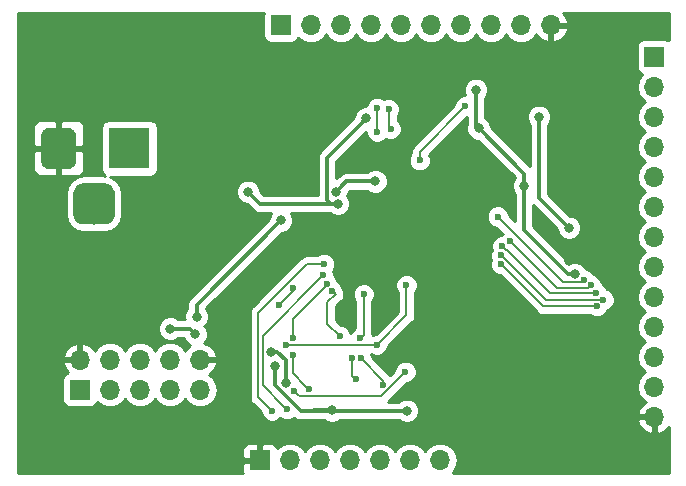
<source format=gbr>
%TF.GenerationSoftware,KiCad,Pcbnew,5.0.2*%
%TF.CreationDate,2019-02-13T10:06:58+08:00*%
%TF.ProjectId,ice40up5k-qfn48,69636534-3075-4703-956b-2d71666e3438,rev?*%
%TF.SameCoordinates,Original*%
%TF.FileFunction,Copper,L2,Bot*%
%TF.FilePolarity,Positive*%
%FSLAX46Y46*%
G04 Gerber Fmt 4.6, Leading zero omitted, Abs format (unit mm)*
G04 Created by KiCad (PCBNEW 5.0.2) date 2019年02月13日 星期三 10时06分58秒*
%MOMM*%
%LPD*%
G01*
G04 APERTURE LIST*
%ADD10R,1.700000X1.700000*%
%ADD11O,1.700000X1.700000*%
%ADD12R,3.500000X3.500000*%
%ADD13C,0.350000*%
%ADD14C,3.000000*%
%ADD15C,3.500000*%
%ADD16C,0.800000*%
%ADD17C,4.200000*%
%ADD18C,0.600000*%
%ADD19C,0.300000*%
%ADD20C,0.200000*%
%ADD21C,0.254000*%
%ADD22C,0.350000*%
%ADD23C,0.300000*%
%ADD24O,1.000000X3.000000*%
%ADD25O,3.000000X1.000000*%
G04 APERTURE END LIST*
D10*
X118364000Y-78613000D03*
D11*
X120904000Y-78613000D03*
X123444000Y-78613000D03*
X125984000Y-78613000D03*
X128524000Y-78613000D03*
X131064000Y-78613000D03*
X133604000Y-78613000D03*
D10*
X151765000Y-44450000D03*
D11*
X151765000Y-46990000D03*
X151765000Y-49530000D03*
X151765000Y-52070000D03*
X151765000Y-54610000D03*
X151765000Y-57150000D03*
X151765000Y-59690000D03*
X151765000Y-62230000D03*
X151765000Y-64770000D03*
X151765000Y-67310000D03*
X151765000Y-69850000D03*
X151765000Y-72390000D03*
X151765000Y-74930000D03*
D10*
X120142000Y-41783000D03*
D11*
X122682000Y-41783000D03*
X125222000Y-41783000D03*
X127762000Y-41783000D03*
X130302000Y-41783000D03*
X132842000Y-41783000D03*
X135382000Y-41783000D03*
X137922000Y-41783000D03*
X140462000Y-41783000D03*
X143002000Y-41783000D03*
D10*
X103124000Y-72644000D03*
D11*
X103124000Y-70104000D03*
X105664000Y-72644000D03*
X105664000Y-70104000D03*
X108204000Y-72644000D03*
X108204000Y-70104000D03*
X110744000Y-72644000D03*
X110744000Y-70104000D03*
X113284000Y-72644000D03*
X113284000Y-70104000D03*
D12*
X107315000Y-52197000D03*
D13*
G36*
X102138513Y-50450611D02*
X102211318Y-50461411D01*
X102282714Y-50479295D01*
X102352013Y-50504090D01*
X102418548Y-50535559D01*
X102481678Y-50573398D01*
X102540795Y-50617242D01*
X102595330Y-50666670D01*
X102644758Y-50721205D01*
X102688602Y-50780322D01*
X102726441Y-50843452D01*
X102757910Y-50909987D01*
X102782705Y-50979286D01*
X102800589Y-51050682D01*
X102811389Y-51123487D01*
X102815000Y-51197000D01*
X102815000Y-53197000D01*
X102811389Y-53270513D01*
X102800589Y-53343318D01*
X102782705Y-53414714D01*
X102757910Y-53484013D01*
X102726441Y-53550548D01*
X102688602Y-53613678D01*
X102644758Y-53672795D01*
X102595330Y-53727330D01*
X102540795Y-53776758D01*
X102481678Y-53820602D01*
X102418548Y-53858441D01*
X102352013Y-53889910D01*
X102282714Y-53914705D01*
X102211318Y-53932589D01*
X102138513Y-53943389D01*
X102065000Y-53947000D01*
X100565000Y-53947000D01*
X100491487Y-53943389D01*
X100418682Y-53932589D01*
X100347286Y-53914705D01*
X100277987Y-53889910D01*
X100211452Y-53858441D01*
X100148322Y-53820602D01*
X100089205Y-53776758D01*
X100034670Y-53727330D01*
X99985242Y-53672795D01*
X99941398Y-53613678D01*
X99903559Y-53550548D01*
X99872090Y-53484013D01*
X99847295Y-53414714D01*
X99829411Y-53343318D01*
X99818611Y-53270513D01*
X99815000Y-53197000D01*
X99815000Y-51197000D01*
X99818611Y-51123487D01*
X99829411Y-51050682D01*
X99847295Y-50979286D01*
X99872090Y-50909987D01*
X99903559Y-50843452D01*
X99941398Y-50780322D01*
X99985242Y-50721205D01*
X100034670Y-50666670D01*
X100089205Y-50617242D01*
X100148322Y-50573398D01*
X100211452Y-50535559D01*
X100277987Y-50504090D01*
X100347286Y-50479295D01*
X100418682Y-50461411D01*
X100491487Y-50450611D01*
X100565000Y-50447000D01*
X102065000Y-50447000D01*
X102138513Y-50450611D01*
X102138513Y-50450611D01*
G37*
D14*
X101315000Y-52197000D03*
D13*
G36*
X105275765Y-55151213D02*
X105360704Y-55163813D01*
X105443999Y-55184677D01*
X105524848Y-55213605D01*
X105602472Y-55250319D01*
X105676124Y-55294464D01*
X105745094Y-55345616D01*
X105808718Y-55403282D01*
X105866384Y-55466906D01*
X105917536Y-55535876D01*
X105961681Y-55609528D01*
X105998395Y-55687152D01*
X106027323Y-55768001D01*
X106048187Y-55851296D01*
X106060787Y-55936235D01*
X106065000Y-56022000D01*
X106065000Y-57772000D01*
X106060787Y-57857765D01*
X106048187Y-57942704D01*
X106027323Y-58025999D01*
X105998395Y-58106848D01*
X105961681Y-58184472D01*
X105917536Y-58258124D01*
X105866384Y-58327094D01*
X105808718Y-58390718D01*
X105745094Y-58448384D01*
X105676124Y-58499536D01*
X105602472Y-58543681D01*
X105524848Y-58580395D01*
X105443999Y-58609323D01*
X105360704Y-58630187D01*
X105275765Y-58642787D01*
X105190000Y-58647000D01*
X103440000Y-58647000D01*
X103354235Y-58642787D01*
X103269296Y-58630187D01*
X103186001Y-58609323D01*
X103105152Y-58580395D01*
X103027528Y-58543681D01*
X102953876Y-58499536D01*
X102884906Y-58448384D01*
X102821282Y-58390718D01*
X102763616Y-58327094D01*
X102712464Y-58258124D01*
X102668319Y-58184472D01*
X102631605Y-58106848D01*
X102602677Y-58025999D01*
X102581813Y-57942704D01*
X102569213Y-57857765D01*
X102565000Y-57772000D01*
X102565000Y-56022000D01*
X102569213Y-55936235D01*
X102581813Y-55851296D01*
X102602677Y-55768001D01*
X102631605Y-55687152D01*
X102668319Y-55609528D01*
X102712464Y-55535876D01*
X102763616Y-55466906D01*
X102821282Y-55403282D01*
X102884906Y-55345616D01*
X102953876Y-55294464D01*
X103027528Y-55250319D01*
X103105152Y-55213605D01*
X103186001Y-55184677D01*
X103269296Y-55163813D01*
X103354235Y-55151213D01*
X103440000Y-55147000D01*
X105190000Y-55147000D01*
X105275765Y-55151213D01*
X105275765Y-55151213D01*
G37*
D15*
X104315000Y-56897000D03*
D16*
X136652000Y-47244000D03*
X130810000Y-74422000D03*
X140710901Y-55371996D03*
X145033998Y-62865000D03*
X124460000Y-74390000D03*
X119634000Y-70612000D03*
X120142000Y-58293000D03*
X113002705Y-66445021D03*
X128132917Y-55001083D03*
X124788612Y-55901424D03*
X136874160Y-50505158D03*
D17*
X132080000Y-58674000D03*
D16*
X114808000Y-61722000D03*
X113538000Y-56388000D03*
X114300000Y-51816000D03*
X114046000Y-46736000D03*
X121920000Y-54610000D03*
X138430000Y-66294000D03*
X144526000Y-61722000D03*
X146049998Y-55245000D03*
X126111000Y-67310000D03*
X132080000Y-72644000D03*
X103505000Y-66040000D03*
X136017000Y-65913000D03*
X124968000Y-56896000D03*
X117348000Y-55880000D03*
X141986000Y-49530000D03*
X144526000Y-58928000D03*
X127381000Y-49657000D03*
D18*
X128270000Y-68834000D03*
X120561603Y-68813192D03*
X130769990Y-63774455D03*
X130683000Y-71120000D03*
X121285000Y-72771000D03*
X119936517Y-65483491D03*
X121158000Y-64008000D03*
D16*
X110775266Y-67468266D03*
X112903000Y-67945000D03*
X120529130Y-72066354D03*
X119277021Y-69462514D03*
D18*
X129286000Y-48895000D03*
X129419811Y-50547313D03*
X128270000Y-48768000D03*
X128270000Y-50799998D03*
X138794217Y-62019066D03*
X146887836Y-65584000D03*
X138808858Y-61241747D03*
X147447000Y-65024000D03*
X138867355Y-60484000D03*
X146826131Y-64408701D03*
X139573000Y-60071000D03*
X146383160Y-63791142D03*
X138492522Y-57974522D03*
X145788594Y-63317756D03*
X131890000Y-53224483D03*
X135763000Y-48641000D03*
X119380000Y-74422000D03*
X123798060Y-61972966D03*
X123687792Y-62964481D03*
X120650000Y-74295000D03*
X121158000Y-68274000D03*
X121158000Y-69723000D03*
X123998722Y-63657980D03*
X122492259Y-72583228D03*
X125103997Y-68072000D03*
X126131997Y-69977000D03*
X124460000Y-64262000D03*
X126492000Y-71755000D03*
X126865888Y-68274000D03*
X128812256Y-72198784D03*
X126892000Y-69977000D03*
X127149020Y-64538020D03*
D19*
X130244315Y-74422000D02*
X130810000Y-74422000D01*
X122926344Y-74422000D02*
X130244315Y-74422000D01*
X140710901Y-55371996D02*
X140710901Y-59107588D01*
X144468313Y-62865000D02*
X145033998Y-62865000D01*
X140710901Y-59107588D02*
X144468313Y-62865000D01*
X123894315Y-74390000D02*
X124460000Y-74390000D01*
X122958344Y-74390000D02*
X123894315Y-74390000D01*
X122926344Y-74422000D02*
X122958344Y-74390000D01*
X113002705Y-65432295D02*
X113002705Y-65879336D01*
X120142000Y-58293000D02*
X113002705Y-65432295D01*
X113002705Y-65879336D02*
X113002705Y-66445021D01*
X121836402Y-74422000D02*
X119634000Y-72219598D01*
X119634000Y-71177685D02*
X119634000Y-70612000D01*
X122926344Y-74422000D02*
X121836402Y-74422000D01*
X119634000Y-72219598D02*
X119634000Y-71177685D01*
X125188611Y-55501425D02*
X124788612Y-55901424D01*
X125688953Y-55001083D02*
X125188611Y-55501425D01*
X128132917Y-55001083D02*
X125688953Y-55001083D01*
X136652000Y-47244000D02*
X136652000Y-50282998D01*
X136652000Y-50282998D02*
X136874160Y-50505158D01*
X140710901Y-54341899D02*
X136874160Y-50505158D01*
X140710901Y-55371996D02*
X140710901Y-54341899D01*
X141986000Y-49530000D02*
X141986000Y-56388000D01*
X141986000Y-56388000D02*
X144526000Y-58928000D01*
X117747999Y-56279999D02*
X117348000Y-55880000D01*
X124968000Y-56896000D02*
X118364000Y-56896000D01*
X118364000Y-56896000D02*
X117747999Y-56279999D01*
X124402315Y-56896000D02*
X124058610Y-56552295D01*
X124058610Y-52979390D02*
X126981001Y-50056999D01*
X124058610Y-56552295D02*
X124058610Y-52979390D01*
X124968000Y-56896000D02*
X124402315Y-56896000D01*
X126981001Y-50056999D02*
X127381000Y-49657000D01*
D20*
X120582411Y-68834000D02*
X120561603Y-68813192D01*
X128270000Y-68834000D02*
X120582411Y-68834000D01*
X128270000Y-68834000D02*
X130769990Y-66334010D01*
X130769990Y-66334010D02*
X130769990Y-64198719D01*
X130769990Y-64198719D02*
X130769990Y-63774455D01*
X130683000Y-71120000D02*
X128605001Y-73197999D01*
X128605001Y-73197999D02*
X121711999Y-73197999D01*
X121584999Y-73070999D02*
X121285000Y-72771000D01*
X121711999Y-73197999D02*
X121584999Y-73070999D01*
X119936517Y-65483491D02*
X121158000Y-64262008D01*
X121158000Y-64262008D02*
X121158000Y-64008000D01*
D19*
X110775266Y-67468266D02*
X112426266Y-67468266D01*
X112426266Y-67468266D02*
X112903000Y-67945000D01*
X119842706Y-69462514D02*
X119277021Y-69462514D01*
X120529130Y-70148938D02*
X119842706Y-69462514D01*
X120529130Y-72066354D02*
X120529130Y-70148938D01*
D20*
X129286000Y-48895000D02*
X129286000Y-50413502D01*
X129286000Y-50413502D02*
X129419811Y-50547313D01*
X128270000Y-48768000D02*
X128270000Y-50799998D01*
X138794217Y-62019066D02*
X142359151Y-65584000D01*
X142359151Y-65584000D02*
X146887836Y-65584000D01*
X138808858Y-61241747D02*
X142591111Y-65024000D01*
X142591111Y-65024000D02*
X147447000Y-65024000D01*
X139167354Y-60783999D02*
X139269999Y-60783999D01*
X138867355Y-60484000D02*
X139167354Y-60783999D01*
X139269999Y-60783999D02*
X142894701Y-64408701D01*
X142894701Y-64408701D02*
X146826131Y-64408701D01*
X139573000Y-60071000D02*
X143516771Y-64014771D01*
X146159531Y-64014771D02*
X146383160Y-63791142D01*
X143516771Y-64014771D02*
X146159531Y-64014771D01*
X138492522Y-57974522D02*
X144063001Y-63545001D01*
X145561349Y-63545001D02*
X145788594Y-63317756D01*
X144063001Y-63545001D02*
X145561349Y-63545001D01*
X131890000Y-53224483D02*
X131890000Y-52514000D01*
X131890000Y-52514000D02*
X135763000Y-48641000D01*
X119380000Y-74422000D02*
X118237000Y-73279000D01*
X122364232Y-61972966D02*
X123373796Y-61972966D01*
X123373796Y-61972966D02*
X123798060Y-61972966D01*
X118237000Y-66100198D02*
X122364232Y-61972966D01*
X118237000Y-73279000D02*
X118237000Y-66100198D01*
X123687792Y-62964481D02*
X118597011Y-68055262D01*
X118597011Y-72242011D02*
X120350001Y-73995001D01*
X118597011Y-68055262D02*
X118597011Y-72242011D01*
X120350001Y-73995001D02*
X120650000Y-74295000D01*
X121158000Y-68274000D02*
X121158000Y-66675000D01*
X124079000Y-63754000D02*
X123998722Y-63673722D01*
X121158000Y-66675000D02*
X123779001Y-64053999D01*
X123779001Y-64053999D02*
X124079000Y-63754000D01*
X123998722Y-63673722D02*
X123998722Y-63657980D01*
X122192260Y-72283229D02*
X122492259Y-72583228D01*
X121158000Y-71248969D02*
X122192260Y-72283229D01*
X121158000Y-69723000D02*
X121158000Y-71248969D01*
X124759999Y-64561999D02*
X124460000Y-64262000D01*
X124079000Y-65242998D02*
X124759999Y-64561999D01*
X125103997Y-68072000D02*
X124079000Y-67047003D01*
X124079000Y-67047003D02*
X124079000Y-65242998D01*
X126131997Y-69977000D02*
X126131997Y-71394997D01*
X126131997Y-71394997D02*
X126192001Y-71455001D01*
X126192001Y-71455001D02*
X126492000Y-71755000D01*
X128812256Y-71897256D02*
X128812256Y-72198784D01*
X127149020Y-64538020D02*
X127149020Y-67990868D01*
X127149020Y-67990868D02*
X126865888Y-68274000D01*
X126892000Y-69977000D02*
X128812256Y-71897256D01*
D21*
G36*
X118644560Y-40933000D02*
X118644560Y-42633000D01*
X118693843Y-42880765D01*
X118834191Y-43090809D01*
X119044235Y-43231157D01*
X119292000Y-43280440D01*
X120992000Y-43280440D01*
X121239765Y-43231157D01*
X121449809Y-43090809D01*
X121590157Y-42880765D01*
X121599184Y-42835381D01*
X121611375Y-42853625D01*
X122102582Y-43181839D01*
X122535744Y-43268000D01*
X122828256Y-43268000D01*
X123261418Y-43181839D01*
X123752625Y-42853625D01*
X123952000Y-42555239D01*
X124151375Y-42853625D01*
X124642582Y-43181839D01*
X125075744Y-43268000D01*
X125368256Y-43268000D01*
X125801418Y-43181839D01*
X126292625Y-42853625D01*
X126492000Y-42555239D01*
X126691375Y-42853625D01*
X127182582Y-43181839D01*
X127615744Y-43268000D01*
X127908256Y-43268000D01*
X128341418Y-43181839D01*
X128832625Y-42853625D01*
X129032000Y-42555239D01*
X129231375Y-42853625D01*
X129722582Y-43181839D01*
X130155744Y-43268000D01*
X130448256Y-43268000D01*
X130881418Y-43181839D01*
X131372625Y-42853625D01*
X131572000Y-42555239D01*
X131771375Y-42853625D01*
X132262582Y-43181839D01*
X132695744Y-43268000D01*
X132988256Y-43268000D01*
X133421418Y-43181839D01*
X133912625Y-42853625D01*
X134112000Y-42555239D01*
X134311375Y-42853625D01*
X134802582Y-43181839D01*
X135235744Y-43268000D01*
X135528256Y-43268000D01*
X135961418Y-43181839D01*
X136452625Y-42853625D01*
X136652000Y-42555239D01*
X136851375Y-42853625D01*
X137342582Y-43181839D01*
X137775744Y-43268000D01*
X138068256Y-43268000D01*
X138501418Y-43181839D01*
X138992625Y-42853625D01*
X139192000Y-42555239D01*
X139391375Y-42853625D01*
X139882582Y-43181839D01*
X140315744Y-43268000D01*
X140608256Y-43268000D01*
X141041418Y-43181839D01*
X141532625Y-42853625D01*
X141745843Y-42534522D01*
X141806817Y-42664358D01*
X142235076Y-43054645D01*
X142645110Y-43224476D01*
X142875000Y-43103155D01*
X142875000Y-41910000D01*
X143129000Y-41910000D01*
X143129000Y-43103155D01*
X143358890Y-43224476D01*
X143768924Y-43054645D01*
X144197183Y-42664358D01*
X144443486Y-42139892D01*
X144322819Y-41910000D01*
X143129000Y-41910000D01*
X142875000Y-41910000D01*
X142855000Y-41910000D01*
X142855000Y-41656000D01*
X142875000Y-41656000D01*
X142875000Y-41636000D01*
X143129000Y-41636000D01*
X143129000Y-41656000D01*
X144322819Y-41656000D01*
X144443486Y-41426108D01*
X144197183Y-40901642D01*
X143992382Y-40715000D01*
X152960000Y-40715000D01*
X152960000Y-43066814D01*
X152862765Y-43001843D01*
X152615000Y-42952560D01*
X150915000Y-42952560D01*
X150667235Y-43001843D01*
X150457191Y-43142191D01*
X150316843Y-43352235D01*
X150267560Y-43600000D01*
X150267560Y-45300000D01*
X150316843Y-45547765D01*
X150457191Y-45757809D01*
X150667235Y-45898157D01*
X150712619Y-45907184D01*
X150694375Y-45919375D01*
X150366161Y-46410582D01*
X150250908Y-46990000D01*
X150366161Y-47569418D01*
X150694375Y-48060625D01*
X150992761Y-48260000D01*
X150694375Y-48459375D01*
X150366161Y-48950582D01*
X150250908Y-49530000D01*
X150366161Y-50109418D01*
X150694375Y-50600625D01*
X150992761Y-50800000D01*
X150694375Y-50999375D01*
X150366161Y-51490582D01*
X150250908Y-52070000D01*
X150366161Y-52649418D01*
X150694375Y-53140625D01*
X150992761Y-53340000D01*
X150694375Y-53539375D01*
X150366161Y-54030582D01*
X150250908Y-54610000D01*
X150366161Y-55189418D01*
X150694375Y-55680625D01*
X150992761Y-55880000D01*
X150694375Y-56079375D01*
X150366161Y-56570582D01*
X150250908Y-57150000D01*
X150366161Y-57729418D01*
X150694375Y-58220625D01*
X150992761Y-58420000D01*
X150694375Y-58619375D01*
X150366161Y-59110582D01*
X150250908Y-59690000D01*
X150366161Y-60269418D01*
X150694375Y-60760625D01*
X150992761Y-60960000D01*
X150694375Y-61159375D01*
X150366161Y-61650582D01*
X150250908Y-62230000D01*
X150366161Y-62809418D01*
X150694375Y-63300625D01*
X150992761Y-63500000D01*
X150694375Y-63699375D01*
X150366161Y-64190582D01*
X150250908Y-64770000D01*
X150366161Y-65349418D01*
X150694375Y-65840625D01*
X150992761Y-66040000D01*
X150694375Y-66239375D01*
X150366161Y-66730582D01*
X150250908Y-67310000D01*
X150366161Y-67889418D01*
X150694375Y-68380625D01*
X150992761Y-68580000D01*
X150694375Y-68779375D01*
X150366161Y-69270582D01*
X150250908Y-69850000D01*
X150366161Y-70429418D01*
X150694375Y-70920625D01*
X150992761Y-71120000D01*
X150694375Y-71319375D01*
X150366161Y-71810582D01*
X150250908Y-72390000D01*
X150366161Y-72969418D01*
X150694375Y-73460625D01*
X151013478Y-73673843D01*
X150883642Y-73734817D01*
X150493355Y-74163076D01*
X150323524Y-74573110D01*
X150444845Y-74803000D01*
X151638000Y-74803000D01*
X151638000Y-74783000D01*
X151892000Y-74783000D01*
X151892000Y-74803000D01*
X151912000Y-74803000D01*
X151912000Y-75057000D01*
X151892000Y-75057000D01*
X151892000Y-76250819D01*
X152121892Y-76371486D01*
X152646358Y-76125183D01*
X152960001Y-75781025D01*
X152960001Y-79681000D01*
X134676379Y-79681000D01*
X135002839Y-79192418D01*
X135118092Y-78613000D01*
X135002839Y-78033582D01*
X134674625Y-77542375D01*
X134183418Y-77214161D01*
X133750256Y-77128000D01*
X133457744Y-77128000D01*
X133024582Y-77214161D01*
X132533375Y-77542375D01*
X132334000Y-77840761D01*
X132134625Y-77542375D01*
X131643418Y-77214161D01*
X131210256Y-77128000D01*
X130917744Y-77128000D01*
X130484582Y-77214161D01*
X129993375Y-77542375D01*
X129794000Y-77840761D01*
X129594625Y-77542375D01*
X129103418Y-77214161D01*
X128670256Y-77128000D01*
X128377744Y-77128000D01*
X127944582Y-77214161D01*
X127453375Y-77542375D01*
X127254000Y-77840761D01*
X127054625Y-77542375D01*
X126563418Y-77214161D01*
X126130256Y-77128000D01*
X125837744Y-77128000D01*
X125404582Y-77214161D01*
X124913375Y-77542375D01*
X124714000Y-77840761D01*
X124514625Y-77542375D01*
X124023418Y-77214161D01*
X123590256Y-77128000D01*
X123297744Y-77128000D01*
X122864582Y-77214161D01*
X122373375Y-77542375D01*
X122174000Y-77840761D01*
X121974625Y-77542375D01*
X121483418Y-77214161D01*
X121050256Y-77128000D01*
X120757744Y-77128000D01*
X120324582Y-77214161D01*
X119833375Y-77542375D01*
X119818904Y-77564033D01*
X119752327Y-77403302D01*
X119573699Y-77224673D01*
X119340310Y-77128000D01*
X118649750Y-77128000D01*
X118491000Y-77286750D01*
X118491000Y-78486000D01*
X118511000Y-78486000D01*
X118511000Y-78740000D01*
X118491000Y-78740000D01*
X118491000Y-78760000D01*
X118237000Y-78760000D01*
X118237000Y-78740000D01*
X117037750Y-78740000D01*
X116879000Y-78898750D01*
X116879000Y-79589309D01*
X116916980Y-79681000D01*
X97865000Y-79681000D01*
X97865000Y-77636691D01*
X116879000Y-77636691D01*
X116879000Y-78327250D01*
X117037750Y-78486000D01*
X118237000Y-78486000D01*
X118237000Y-77286750D01*
X118078250Y-77128000D01*
X117387690Y-77128000D01*
X117154301Y-77224673D01*
X116975673Y-77403302D01*
X116879000Y-77636691D01*
X97865000Y-77636691D01*
X97865000Y-71794000D01*
X101626560Y-71794000D01*
X101626560Y-73494000D01*
X101675843Y-73741765D01*
X101816191Y-73951809D01*
X102026235Y-74092157D01*
X102274000Y-74141440D01*
X103974000Y-74141440D01*
X104221765Y-74092157D01*
X104431809Y-73951809D01*
X104572157Y-73741765D01*
X104581184Y-73696381D01*
X104593375Y-73714625D01*
X105084582Y-74042839D01*
X105517744Y-74129000D01*
X105810256Y-74129000D01*
X106243418Y-74042839D01*
X106734625Y-73714625D01*
X106934000Y-73416239D01*
X107133375Y-73714625D01*
X107624582Y-74042839D01*
X108057744Y-74129000D01*
X108350256Y-74129000D01*
X108783418Y-74042839D01*
X109274625Y-73714625D01*
X109474000Y-73416239D01*
X109673375Y-73714625D01*
X110164582Y-74042839D01*
X110597744Y-74129000D01*
X110890256Y-74129000D01*
X111323418Y-74042839D01*
X111814625Y-73714625D01*
X112014000Y-73416239D01*
X112213375Y-73714625D01*
X112704582Y-74042839D01*
X113137744Y-74129000D01*
X113430256Y-74129000D01*
X113863418Y-74042839D01*
X114354625Y-73714625D01*
X114682839Y-73223418D01*
X114798092Y-72644000D01*
X114682839Y-72064582D01*
X114354625Y-71573375D01*
X114054214Y-71372647D01*
X114479183Y-70985358D01*
X114725486Y-70460892D01*
X114604819Y-70231000D01*
X113411000Y-70231000D01*
X113411000Y-70251000D01*
X113157000Y-70251000D01*
X113157000Y-70231000D01*
X113137000Y-70231000D01*
X113137000Y-69977000D01*
X113157000Y-69977000D01*
X113157000Y-69957000D01*
X113411000Y-69957000D01*
X113411000Y-69977000D01*
X114604819Y-69977000D01*
X114725486Y-69747108D01*
X114479183Y-69222642D01*
X114050924Y-68832355D01*
X113646757Y-68664954D01*
X113780431Y-68531280D01*
X113938000Y-68150874D01*
X113938000Y-67739126D01*
X113780431Y-67358720D01*
X113666574Y-67244863D01*
X113880136Y-67031301D01*
X114037705Y-66650895D01*
X114037705Y-66239147D01*
X113980151Y-66100198D01*
X117487602Y-66100198D01*
X117502001Y-66172587D01*
X117502000Y-73206616D01*
X117487602Y-73279000D01*
X117502000Y-73351384D01*
X117502000Y-73351387D01*
X117544646Y-73565782D01*
X117707095Y-73808905D01*
X117768465Y-73849911D01*
X118445000Y-74526447D01*
X118445000Y-74607983D01*
X118587345Y-74951635D01*
X118850365Y-75214655D01*
X119194017Y-75357000D01*
X119565983Y-75357000D01*
X119909635Y-75214655D01*
X120078500Y-75045790D01*
X120120365Y-75087655D01*
X120464017Y-75230000D01*
X120835983Y-75230000D01*
X121179635Y-75087655D01*
X121275777Y-74991513D01*
X121530110Y-75161454D01*
X121759086Y-75207000D01*
X121759090Y-75207000D01*
X121836402Y-75222378D01*
X121913714Y-75207000D01*
X122849032Y-75207000D01*
X122926344Y-75222378D01*
X123003656Y-75207000D01*
X123813289Y-75207000D01*
X123873720Y-75267431D01*
X124254126Y-75425000D01*
X124665874Y-75425000D01*
X125046280Y-75267431D01*
X125106711Y-75207000D01*
X130131289Y-75207000D01*
X130223720Y-75299431D01*
X130604126Y-75457000D01*
X131015874Y-75457000D01*
X131396280Y-75299431D01*
X131408821Y-75286890D01*
X150323524Y-75286890D01*
X150493355Y-75696924D01*
X150883642Y-76125183D01*
X151408108Y-76371486D01*
X151638000Y-76250819D01*
X151638000Y-75057000D01*
X150444845Y-75057000D01*
X150323524Y-75286890D01*
X131408821Y-75286890D01*
X131687431Y-75008280D01*
X131845000Y-74627874D01*
X131845000Y-74216126D01*
X131687431Y-73835720D01*
X131396280Y-73544569D01*
X131015874Y-73387000D01*
X130604126Y-73387000D01*
X130223720Y-73544569D01*
X130131289Y-73637000D01*
X129205446Y-73637000D01*
X130787447Y-72055000D01*
X130868983Y-72055000D01*
X131212635Y-71912655D01*
X131475655Y-71649635D01*
X131618000Y-71305983D01*
X131618000Y-70934017D01*
X131475655Y-70590365D01*
X131212635Y-70327345D01*
X130868983Y-70185000D01*
X130497017Y-70185000D01*
X130153365Y-70327345D01*
X129890345Y-70590365D01*
X129748000Y-70934017D01*
X129748000Y-71015553D01*
X129363807Y-71399746D01*
X129342161Y-71367351D01*
X129280794Y-71326347D01*
X127827000Y-69872554D01*
X127827000Y-69791017D01*
X127762762Y-69635932D01*
X128084017Y-69769000D01*
X128455983Y-69769000D01*
X128799635Y-69626655D01*
X129062655Y-69363635D01*
X129205000Y-69019983D01*
X129205000Y-68938446D01*
X131238528Y-66904919D01*
X131299895Y-66863915D01*
X131462344Y-66620793D01*
X131504990Y-66406398D01*
X131504990Y-66406397D01*
X131519389Y-66334010D01*
X131504990Y-66261622D01*
X131504990Y-64361745D01*
X131562645Y-64304090D01*
X131704990Y-63960438D01*
X131704990Y-63588472D01*
X131562645Y-63244820D01*
X131299625Y-62981800D01*
X130955973Y-62839455D01*
X130584007Y-62839455D01*
X130240355Y-62981800D01*
X129977335Y-63244820D01*
X129834990Y-63588472D01*
X129834990Y-63960438D01*
X129977335Y-64304090D01*
X130034991Y-64361746D01*
X130034990Y-66029563D01*
X128165554Y-67899000D01*
X128084017Y-67899000D01*
X127895663Y-67977019D01*
X127884020Y-67918485D01*
X127884020Y-65125310D01*
X127941675Y-65067655D01*
X128084020Y-64724003D01*
X128084020Y-64352037D01*
X127941675Y-64008385D01*
X127678655Y-63745365D01*
X127335003Y-63603020D01*
X126963037Y-63603020D01*
X126619385Y-63745365D01*
X126356365Y-64008385D01*
X126214020Y-64352037D01*
X126214020Y-64724003D01*
X126356365Y-65067655D01*
X126414020Y-65125310D01*
X126414021Y-67449133D01*
X126336253Y-67481345D01*
X126073233Y-67744365D01*
X126026778Y-67856518D01*
X125896652Y-67542365D01*
X125633632Y-67279345D01*
X125289980Y-67137000D01*
X125208444Y-67137000D01*
X124814000Y-66742557D01*
X124814000Y-65547444D01*
X125228537Y-65132908D01*
X125289904Y-65091904D01*
X125364936Y-64979610D01*
X125452353Y-64848782D01*
X125468024Y-64770000D01*
X125509398Y-64561999D01*
X125452353Y-64275217D01*
X125395000Y-64189382D01*
X125395000Y-64076017D01*
X125252655Y-63732365D01*
X124989635Y-63469345D01*
X124920816Y-63440839D01*
X124791377Y-63128345D01*
X124622792Y-62959760D01*
X124622792Y-62778498D01*
X124532589Y-62560727D01*
X124590715Y-62502601D01*
X124733060Y-62158949D01*
X124733060Y-61786983D01*
X124590715Y-61443331D01*
X124327695Y-61180311D01*
X123984043Y-61037966D01*
X123612077Y-61037966D01*
X123268425Y-61180311D01*
X123210770Y-61237966D01*
X122436615Y-61237966D01*
X122364231Y-61223568D01*
X122291847Y-61237966D01*
X122291844Y-61237966D01*
X122077449Y-61280612D01*
X121834327Y-61443061D01*
X121793323Y-61504428D01*
X117768463Y-65529289D01*
X117707096Y-65570293D01*
X117666092Y-65631660D01*
X117666091Y-65631661D01*
X117544646Y-65813416D01*
X117487602Y-66100198D01*
X113980151Y-66100198D01*
X113880136Y-65858741D01*
X113787705Y-65766310D01*
X113787705Y-65757452D01*
X120217158Y-59328000D01*
X120347874Y-59328000D01*
X120728280Y-59170431D01*
X121019431Y-58879280D01*
X121177000Y-58498874D01*
X121177000Y-58087126D01*
X121019431Y-57706720D01*
X120993711Y-57681000D01*
X124289289Y-57681000D01*
X124381720Y-57773431D01*
X124762126Y-57931000D01*
X125173874Y-57931000D01*
X125554280Y-57773431D01*
X125845431Y-57482280D01*
X126003000Y-57101874D01*
X126003000Y-56690126D01*
X125845431Y-56309720D01*
X125770715Y-56235004D01*
X125823612Y-56107298D01*
X125823612Y-55976581D01*
X126014110Y-55786083D01*
X127454206Y-55786083D01*
X127546637Y-55878514D01*
X127927043Y-56036083D01*
X128338791Y-56036083D01*
X128719197Y-55878514D01*
X129010348Y-55587363D01*
X129167917Y-55206957D01*
X129167917Y-54795209D01*
X129010348Y-54414803D01*
X128719197Y-54123652D01*
X128338791Y-53966083D01*
X127927043Y-53966083D01*
X127546637Y-54123652D01*
X127454206Y-54216083D01*
X125766263Y-54216083D01*
X125688952Y-54200705D01*
X125611641Y-54216083D01*
X125611637Y-54216083D01*
X125382661Y-54261629D01*
X125123000Y-54435130D01*
X125079204Y-54500675D01*
X124843610Y-54736269D01*
X124843610Y-53304547D01*
X125109657Y-53038500D01*
X130955000Y-53038500D01*
X130955000Y-53410466D01*
X131097345Y-53754118D01*
X131360365Y-54017138D01*
X131704017Y-54159483D01*
X132075983Y-54159483D01*
X132419635Y-54017138D01*
X132682655Y-53754118D01*
X132825000Y-53410466D01*
X132825000Y-53038500D01*
X132701969Y-52741477D01*
X135867001Y-49576446D01*
X135867001Y-50205681D01*
X135856903Y-50256449D01*
X135839160Y-50299284D01*
X135839160Y-50711032D01*
X135996729Y-51091438D01*
X136287880Y-51382589D01*
X136668286Y-51540158D01*
X136799003Y-51540158D01*
X139925902Y-54667058D01*
X139925902Y-54693284D01*
X139833470Y-54785716D01*
X139675901Y-55166122D01*
X139675901Y-55577870D01*
X139833470Y-55958276D01*
X139925901Y-56050707D01*
X139925902Y-58368456D01*
X139427522Y-57870076D01*
X139427522Y-57788539D01*
X139285177Y-57444887D01*
X139022157Y-57181867D01*
X138678505Y-57039522D01*
X138306539Y-57039522D01*
X137962887Y-57181867D01*
X137699867Y-57444887D01*
X137557522Y-57788539D01*
X137557522Y-58160505D01*
X137699867Y-58504157D01*
X137962887Y-58767177D01*
X138306539Y-58909522D01*
X138388076Y-58909522D01*
X138900132Y-59421578D01*
X138780345Y-59541365D01*
X138777182Y-59549000D01*
X138681372Y-59549000D01*
X138337720Y-59691345D01*
X138074700Y-59954365D01*
X137932355Y-60298017D01*
X137932355Y-60669983D01*
X137983004Y-60792261D01*
X137873858Y-61055764D01*
X137873858Y-61427730D01*
X137950489Y-61612733D01*
X137859217Y-61833083D01*
X137859217Y-62205049D01*
X138001562Y-62548701D01*
X138264582Y-62811721D01*
X138608234Y-62954066D01*
X138689771Y-62954066D01*
X141788242Y-66052538D01*
X141829246Y-66113905D01*
X142072368Y-66276354D01*
X142286763Y-66319000D01*
X142286766Y-66319000D01*
X142359150Y-66333398D01*
X142431534Y-66319000D01*
X146300546Y-66319000D01*
X146358201Y-66376655D01*
X146701853Y-66519000D01*
X147073819Y-66519000D01*
X147417471Y-66376655D01*
X147680491Y-66113635D01*
X147767647Y-65903220D01*
X147976635Y-65816655D01*
X148239655Y-65553635D01*
X148382000Y-65209983D01*
X148382000Y-64838017D01*
X148239655Y-64494365D01*
X147976635Y-64231345D01*
X147720812Y-64125380D01*
X147618786Y-63879066D01*
X147355766Y-63616046D01*
X147315815Y-63599498D01*
X147175815Y-63261507D01*
X146912795Y-62998487D01*
X146617767Y-62876283D01*
X146581249Y-62788121D01*
X146318229Y-62525101D01*
X145974577Y-62382756D01*
X145954522Y-62382756D01*
X145911429Y-62278720D01*
X145620278Y-61987569D01*
X145239872Y-61830000D01*
X144828124Y-61830000D01*
X144626844Y-61913373D01*
X141495901Y-58782431D01*
X141495901Y-57008058D01*
X143491000Y-59003158D01*
X143491000Y-59133874D01*
X143648569Y-59514280D01*
X143939720Y-59805431D01*
X144320126Y-59963000D01*
X144731874Y-59963000D01*
X145112280Y-59805431D01*
X145403431Y-59514280D01*
X145561000Y-59133874D01*
X145561000Y-58722126D01*
X145403431Y-58341720D01*
X145112280Y-58050569D01*
X144731874Y-57893000D01*
X144601158Y-57893000D01*
X142771000Y-56062843D01*
X142771000Y-50208711D01*
X142863431Y-50116280D01*
X143021000Y-49735874D01*
X143021000Y-49324126D01*
X142863431Y-48943720D01*
X142572280Y-48652569D01*
X142191874Y-48495000D01*
X141780126Y-48495000D01*
X141399720Y-48652569D01*
X141108569Y-48943720D01*
X140951000Y-49324126D01*
X140951000Y-49735874D01*
X141108569Y-50116280D01*
X141201000Y-50208711D01*
X141201001Y-53721841D01*
X137909160Y-50430001D01*
X137909160Y-50299284D01*
X137751591Y-49918878D01*
X137460440Y-49627727D01*
X137437000Y-49618018D01*
X137437000Y-47922711D01*
X137529431Y-47830280D01*
X137687000Y-47449874D01*
X137687000Y-47038126D01*
X137529431Y-46657720D01*
X137238280Y-46366569D01*
X136857874Y-46209000D01*
X136446126Y-46209000D01*
X136065720Y-46366569D01*
X135774569Y-46657720D01*
X135617000Y-47038126D01*
X135617000Y-47449874D01*
X135723091Y-47706000D01*
X135577017Y-47706000D01*
X135233365Y-47848345D01*
X134970345Y-48111365D01*
X134828000Y-48455017D01*
X134828000Y-48536553D01*
X131421463Y-51943091D01*
X131360096Y-51984095D01*
X131319092Y-52045462D01*
X131319091Y-52045463D01*
X131197646Y-52227218D01*
X131185261Y-52289483D01*
X131155000Y-52441612D01*
X131155000Y-52441616D01*
X131140602Y-52514000D01*
X131155000Y-52586384D01*
X131155000Y-52637193D01*
X131097345Y-52694848D01*
X130955000Y-53038500D01*
X125109657Y-53038500D01*
X127335000Y-50813158D01*
X127335000Y-50985981D01*
X127477345Y-51329633D01*
X127740365Y-51592653D01*
X128084017Y-51734998D01*
X128455983Y-51734998D01*
X128799635Y-51592653D01*
X129004829Y-51387459D01*
X129233828Y-51482313D01*
X129605794Y-51482313D01*
X129949446Y-51339968D01*
X130212466Y-51076948D01*
X130354811Y-50733296D01*
X130354811Y-50361330D01*
X130212466Y-50017678D01*
X130021000Y-49826212D01*
X130021000Y-49482290D01*
X130078655Y-49424635D01*
X130221000Y-49080983D01*
X130221000Y-48709017D01*
X130078655Y-48365365D01*
X129815635Y-48102345D01*
X129471983Y-47960000D01*
X129100017Y-47960000D01*
X128876764Y-48052474D01*
X128799635Y-47975345D01*
X128455983Y-47833000D01*
X128084017Y-47833000D01*
X127740365Y-47975345D01*
X127477345Y-48238365D01*
X127335000Y-48582017D01*
X127335000Y-48622000D01*
X127175126Y-48622000D01*
X126794720Y-48779569D01*
X126503569Y-49070720D01*
X126346000Y-49451126D01*
X126346000Y-49581842D01*
X123558200Y-52369643D01*
X123492658Y-52413437D01*
X123448864Y-52478979D01*
X123448861Y-52478982D01*
X123319156Y-52673099D01*
X123258232Y-52979390D01*
X123273611Y-53056707D01*
X123273610Y-56111000D01*
X118689158Y-56111000D01*
X118383000Y-55804843D01*
X118383000Y-55674126D01*
X118225431Y-55293720D01*
X117934280Y-55002569D01*
X117553874Y-54845000D01*
X117142126Y-54845000D01*
X116761720Y-55002569D01*
X116470569Y-55293720D01*
X116313000Y-55674126D01*
X116313000Y-56085874D01*
X116470569Y-56466280D01*
X116761720Y-56757431D01*
X117142126Y-56915000D01*
X117272843Y-56915000D01*
X117754253Y-57396410D01*
X117798047Y-57461953D01*
X117863589Y-57505747D01*
X117863591Y-57505749D01*
X118057707Y-57635453D01*
X118057708Y-57635454D01*
X118286684Y-57681000D01*
X118286688Y-57681000D01*
X118364000Y-57696378D01*
X118441312Y-57681000D01*
X119290289Y-57681000D01*
X119264569Y-57706720D01*
X119107000Y-58087126D01*
X119107000Y-58217842D01*
X112502297Y-64822546D01*
X112436752Y-64866342D01*
X112392956Y-64931887D01*
X112339822Y-65011407D01*
X112263251Y-65126004D01*
X112217705Y-65354980D01*
X112217705Y-65354983D01*
X112202327Y-65432295D01*
X112217705Y-65509607D01*
X112217705Y-65766310D01*
X112125274Y-65858741D01*
X111967705Y-66239147D01*
X111967705Y-66650895D01*
X111981113Y-66683266D01*
X111453977Y-66683266D01*
X111361546Y-66590835D01*
X110981140Y-66433266D01*
X110569392Y-66433266D01*
X110188986Y-66590835D01*
X109897835Y-66881986D01*
X109740266Y-67262392D01*
X109740266Y-67674140D01*
X109897835Y-68054546D01*
X110188986Y-68345697D01*
X110569392Y-68503266D01*
X110981140Y-68503266D01*
X111361546Y-68345697D01*
X111453977Y-68253266D01*
X111910412Y-68253266D01*
X112025569Y-68531280D01*
X112316720Y-68822431D01*
X112461955Y-68882589D01*
X112088817Y-69222642D01*
X112027843Y-69352478D01*
X111814625Y-69033375D01*
X111323418Y-68705161D01*
X110890256Y-68619000D01*
X110597744Y-68619000D01*
X110164582Y-68705161D01*
X109673375Y-69033375D01*
X109474000Y-69331761D01*
X109274625Y-69033375D01*
X108783418Y-68705161D01*
X108350256Y-68619000D01*
X108057744Y-68619000D01*
X107624582Y-68705161D01*
X107133375Y-69033375D01*
X106934000Y-69331761D01*
X106734625Y-69033375D01*
X106243418Y-68705161D01*
X105810256Y-68619000D01*
X105517744Y-68619000D01*
X105084582Y-68705161D01*
X104593375Y-69033375D01*
X104380157Y-69352478D01*
X104319183Y-69222642D01*
X103890924Y-68832355D01*
X103480890Y-68662524D01*
X103251000Y-68783845D01*
X103251000Y-69977000D01*
X103271000Y-69977000D01*
X103271000Y-70231000D01*
X103251000Y-70231000D01*
X103251000Y-70251000D01*
X102997000Y-70251000D01*
X102997000Y-70231000D01*
X101803181Y-70231000D01*
X101682514Y-70460892D01*
X101928817Y-70985358D01*
X102135855Y-71174039D01*
X102026235Y-71195843D01*
X101816191Y-71336191D01*
X101675843Y-71546235D01*
X101626560Y-71794000D01*
X97865000Y-71794000D01*
X97865000Y-69747108D01*
X101682514Y-69747108D01*
X101803181Y-69977000D01*
X102997000Y-69977000D01*
X102997000Y-68783845D01*
X102767110Y-68662524D01*
X102357076Y-68832355D01*
X101928817Y-69222642D01*
X101682514Y-69747108D01*
X97865000Y-69747108D01*
X97865000Y-56022000D01*
X101917560Y-56022000D01*
X101917560Y-57772000D01*
X102033449Y-58354613D01*
X102363472Y-58848528D01*
X102857387Y-59178551D01*
X103440000Y-59294440D01*
X105190000Y-59294440D01*
X105772613Y-59178551D01*
X106266528Y-58848528D01*
X106596551Y-58354613D01*
X106712440Y-57772000D01*
X106712440Y-56022000D01*
X106596551Y-55439387D01*
X106266528Y-54945472D01*
X105772613Y-54615449D01*
X105666994Y-54594440D01*
X109065000Y-54594440D01*
X109312765Y-54545157D01*
X109522809Y-54404809D01*
X109663157Y-54194765D01*
X109712440Y-53947000D01*
X109712440Y-50447000D01*
X109663157Y-50199235D01*
X109522809Y-49989191D01*
X109312765Y-49848843D01*
X109065000Y-49799560D01*
X105565000Y-49799560D01*
X105317235Y-49848843D01*
X105107191Y-49989191D01*
X104966843Y-50199235D01*
X104917560Y-50447000D01*
X104917560Y-53947000D01*
X104966843Y-54194765D01*
X105107191Y-54404809D01*
X105274001Y-54516269D01*
X105190000Y-54499560D01*
X103440000Y-54499560D01*
X102857387Y-54615449D01*
X102363472Y-54945472D01*
X102033449Y-55439387D01*
X101917560Y-56022000D01*
X97865000Y-56022000D01*
X97865000Y-52482750D01*
X99180000Y-52482750D01*
X99180000Y-54073310D01*
X99276673Y-54306699D01*
X99455302Y-54485327D01*
X99688691Y-54582000D01*
X101029250Y-54582000D01*
X101188000Y-54423250D01*
X101188000Y-52324000D01*
X101442000Y-52324000D01*
X101442000Y-54423250D01*
X101600750Y-54582000D01*
X102941309Y-54582000D01*
X103174698Y-54485327D01*
X103353327Y-54306699D01*
X103450000Y-54073310D01*
X103450000Y-52482750D01*
X103291250Y-52324000D01*
X101442000Y-52324000D01*
X101188000Y-52324000D01*
X99338750Y-52324000D01*
X99180000Y-52482750D01*
X97865000Y-52482750D01*
X97865000Y-50320690D01*
X99180000Y-50320690D01*
X99180000Y-51911250D01*
X99338750Y-52070000D01*
X101188000Y-52070000D01*
X101188000Y-49970750D01*
X101442000Y-49970750D01*
X101442000Y-52070000D01*
X103291250Y-52070000D01*
X103450000Y-51911250D01*
X103450000Y-50320690D01*
X103353327Y-50087301D01*
X103174698Y-49908673D01*
X102941309Y-49812000D01*
X101600750Y-49812000D01*
X101442000Y-49970750D01*
X101188000Y-49970750D01*
X101029250Y-49812000D01*
X99688691Y-49812000D01*
X99455302Y-49908673D01*
X99276673Y-50087301D01*
X99180000Y-50320690D01*
X97865000Y-50320690D01*
X97865000Y-40715000D01*
X118687922Y-40715000D01*
X118644560Y-40933000D01*
X118644560Y-40933000D01*
G37*
X118644560Y-40933000D02*
X118644560Y-42633000D01*
X118693843Y-42880765D01*
X118834191Y-43090809D01*
X119044235Y-43231157D01*
X119292000Y-43280440D01*
X120992000Y-43280440D01*
X121239765Y-43231157D01*
X121449809Y-43090809D01*
X121590157Y-42880765D01*
X121599184Y-42835381D01*
X121611375Y-42853625D01*
X122102582Y-43181839D01*
X122535744Y-43268000D01*
X122828256Y-43268000D01*
X123261418Y-43181839D01*
X123752625Y-42853625D01*
X123952000Y-42555239D01*
X124151375Y-42853625D01*
X124642582Y-43181839D01*
X125075744Y-43268000D01*
X125368256Y-43268000D01*
X125801418Y-43181839D01*
X126292625Y-42853625D01*
X126492000Y-42555239D01*
X126691375Y-42853625D01*
X127182582Y-43181839D01*
X127615744Y-43268000D01*
X127908256Y-43268000D01*
X128341418Y-43181839D01*
X128832625Y-42853625D01*
X129032000Y-42555239D01*
X129231375Y-42853625D01*
X129722582Y-43181839D01*
X130155744Y-43268000D01*
X130448256Y-43268000D01*
X130881418Y-43181839D01*
X131372625Y-42853625D01*
X131572000Y-42555239D01*
X131771375Y-42853625D01*
X132262582Y-43181839D01*
X132695744Y-43268000D01*
X132988256Y-43268000D01*
X133421418Y-43181839D01*
X133912625Y-42853625D01*
X134112000Y-42555239D01*
X134311375Y-42853625D01*
X134802582Y-43181839D01*
X135235744Y-43268000D01*
X135528256Y-43268000D01*
X135961418Y-43181839D01*
X136452625Y-42853625D01*
X136652000Y-42555239D01*
X136851375Y-42853625D01*
X137342582Y-43181839D01*
X137775744Y-43268000D01*
X138068256Y-43268000D01*
X138501418Y-43181839D01*
X138992625Y-42853625D01*
X139192000Y-42555239D01*
X139391375Y-42853625D01*
X139882582Y-43181839D01*
X140315744Y-43268000D01*
X140608256Y-43268000D01*
X141041418Y-43181839D01*
X141532625Y-42853625D01*
X141745843Y-42534522D01*
X141806817Y-42664358D01*
X142235076Y-43054645D01*
X142645110Y-43224476D01*
X142875000Y-43103155D01*
X142875000Y-41910000D01*
X143129000Y-41910000D01*
X143129000Y-43103155D01*
X143358890Y-43224476D01*
X143768924Y-43054645D01*
X144197183Y-42664358D01*
X144443486Y-42139892D01*
X144322819Y-41910000D01*
X143129000Y-41910000D01*
X142875000Y-41910000D01*
X142855000Y-41910000D01*
X142855000Y-41656000D01*
X142875000Y-41656000D01*
X142875000Y-41636000D01*
X143129000Y-41636000D01*
X143129000Y-41656000D01*
X144322819Y-41656000D01*
X144443486Y-41426108D01*
X144197183Y-40901642D01*
X143992382Y-40715000D01*
X152960000Y-40715000D01*
X152960000Y-43066814D01*
X152862765Y-43001843D01*
X152615000Y-42952560D01*
X150915000Y-42952560D01*
X150667235Y-43001843D01*
X150457191Y-43142191D01*
X150316843Y-43352235D01*
X150267560Y-43600000D01*
X150267560Y-45300000D01*
X150316843Y-45547765D01*
X150457191Y-45757809D01*
X150667235Y-45898157D01*
X150712619Y-45907184D01*
X150694375Y-45919375D01*
X150366161Y-46410582D01*
X150250908Y-46990000D01*
X150366161Y-47569418D01*
X150694375Y-48060625D01*
X150992761Y-48260000D01*
X150694375Y-48459375D01*
X150366161Y-48950582D01*
X150250908Y-49530000D01*
X150366161Y-50109418D01*
X150694375Y-50600625D01*
X150992761Y-50800000D01*
X150694375Y-50999375D01*
X150366161Y-51490582D01*
X150250908Y-52070000D01*
X150366161Y-52649418D01*
X150694375Y-53140625D01*
X150992761Y-53340000D01*
X150694375Y-53539375D01*
X150366161Y-54030582D01*
X150250908Y-54610000D01*
X150366161Y-55189418D01*
X150694375Y-55680625D01*
X150992761Y-55880000D01*
X150694375Y-56079375D01*
X150366161Y-56570582D01*
X150250908Y-57150000D01*
X150366161Y-57729418D01*
X150694375Y-58220625D01*
X150992761Y-58420000D01*
X150694375Y-58619375D01*
X150366161Y-59110582D01*
X150250908Y-59690000D01*
X150366161Y-60269418D01*
X150694375Y-60760625D01*
X150992761Y-60960000D01*
X150694375Y-61159375D01*
X150366161Y-61650582D01*
X150250908Y-62230000D01*
X150366161Y-62809418D01*
X150694375Y-63300625D01*
X150992761Y-63500000D01*
X150694375Y-63699375D01*
X150366161Y-64190582D01*
X150250908Y-64770000D01*
X150366161Y-65349418D01*
X150694375Y-65840625D01*
X150992761Y-66040000D01*
X150694375Y-66239375D01*
X150366161Y-66730582D01*
X150250908Y-67310000D01*
X150366161Y-67889418D01*
X150694375Y-68380625D01*
X150992761Y-68580000D01*
X150694375Y-68779375D01*
X150366161Y-69270582D01*
X150250908Y-69850000D01*
X150366161Y-70429418D01*
X150694375Y-70920625D01*
X150992761Y-71120000D01*
X150694375Y-71319375D01*
X150366161Y-71810582D01*
X150250908Y-72390000D01*
X150366161Y-72969418D01*
X150694375Y-73460625D01*
X151013478Y-73673843D01*
X150883642Y-73734817D01*
X150493355Y-74163076D01*
X150323524Y-74573110D01*
X150444845Y-74803000D01*
X151638000Y-74803000D01*
X151638000Y-74783000D01*
X151892000Y-74783000D01*
X151892000Y-74803000D01*
X151912000Y-74803000D01*
X151912000Y-75057000D01*
X151892000Y-75057000D01*
X151892000Y-76250819D01*
X152121892Y-76371486D01*
X152646358Y-76125183D01*
X152960001Y-75781025D01*
X152960001Y-79681000D01*
X134676379Y-79681000D01*
X135002839Y-79192418D01*
X135118092Y-78613000D01*
X135002839Y-78033582D01*
X134674625Y-77542375D01*
X134183418Y-77214161D01*
X133750256Y-77128000D01*
X133457744Y-77128000D01*
X133024582Y-77214161D01*
X132533375Y-77542375D01*
X132334000Y-77840761D01*
X132134625Y-77542375D01*
X131643418Y-77214161D01*
X131210256Y-77128000D01*
X130917744Y-77128000D01*
X130484582Y-77214161D01*
X129993375Y-77542375D01*
X129794000Y-77840761D01*
X129594625Y-77542375D01*
X129103418Y-77214161D01*
X128670256Y-77128000D01*
X128377744Y-77128000D01*
X127944582Y-77214161D01*
X127453375Y-77542375D01*
X127254000Y-77840761D01*
X127054625Y-77542375D01*
X126563418Y-77214161D01*
X126130256Y-77128000D01*
X125837744Y-77128000D01*
X125404582Y-77214161D01*
X124913375Y-77542375D01*
X124714000Y-77840761D01*
X124514625Y-77542375D01*
X124023418Y-77214161D01*
X123590256Y-77128000D01*
X123297744Y-77128000D01*
X122864582Y-77214161D01*
X122373375Y-77542375D01*
X122174000Y-77840761D01*
X121974625Y-77542375D01*
X121483418Y-77214161D01*
X121050256Y-77128000D01*
X120757744Y-77128000D01*
X120324582Y-77214161D01*
X119833375Y-77542375D01*
X119818904Y-77564033D01*
X119752327Y-77403302D01*
X119573699Y-77224673D01*
X119340310Y-77128000D01*
X118649750Y-77128000D01*
X118491000Y-77286750D01*
X118491000Y-78486000D01*
X118511000Y-78486000D01*
X118511000Y-78740000D01*
X118491000Y-78740000D01*
X118491000Y-78760000D01*
X118237000Y-78760000D01*
X118237000Y-78740000D01*
X117037750Y-78740000D01*
X116879000Y-78898750D01*
X116879000Y-79589309D01*
X116916980Y-79681000D01*
X97865000Y-79681000D01*
X97865000Y-77636691D01*
X116879000Y-77636691D01*
X116879000Y-78327250D01*
X117037750Y-78486000D01*
X118237000Y-78486000D01*
X118237000Y-77286750D01*
X118078250Y-77128000D01*
X117387690Y-77128000D01*
X117154301Y-77224673D01*
X116975673Y-77403302D01*
X116879000Y-77636691D01*
X97865000Y-77636691D01*
X97865000Y-71794000D01*
X101626560Y-71794000D01*
X101626560Y-73494000D01*
X101675843Y-73741765D01*
X101816191Y-73951809D01*
X102026235Y-74092157D01*
X102274000Y-74141440D01*
X103974000Y-74141440D01*
X104221765Y-74092157D01*
X104431809Y-73951809D01*
X104572157Y-73741765D01*
X104581184Y-73696381D01*
X104593375Y-73714625D01*
X105084582Y-74042839D01*
X105517744Y-74129000D01*
X105810256Y-74129000D01*
X106243418Y-74042839D01*
X106734625Y-73714625D01*
X106934000Y-73416239D01*
X107133375Y-73714625D01*
X107624582Y-74042839D01*
X108057744Y-74129000D01*
X108350256Y-74129000D01*
X108783418Y-74042839D01*
X109274625Y-73714625D01*
X109474000Y-73416239D01*
X109673375Y-73714625D01*
X110164582Y-74042839D01*
X110597744Y-74129000D01*
X110890256Y-74129000D01*
X111323418Y-74042839D01*
X111814625Y-73714625D01*
X112014000Y-73416239D01*
X112213375Y-73714625D01*
X112704582Y-74042839D01*
X113137744Y-74129000D01*
X113430256Y-74129000D01*
X113863418Y-74042839D01*
X114354625Y-73714625D01*
X114682839Y-73223418D01*
X114798092Y-72644000D01*
X114682839Y-72064582D01*
X114354625Y-71573375D01*
X114054214Y-71372647D01*
X114479183Y-70985358D01*
X114725486Y-70460892D01*
X114604819Y-70231000D01*
X113411000Y-70231000D01*
X113411000Y-70251000D01*
X113157000Y-70251000D01*
X113157000Y-70231000D01*
X113137000Y-70231000D01*
X113137000Y-69977000D01*
X113157000Y-69977000D01*
X113157000Y-69957000D01*
X113411000Y-69957000D01*
X113411000Y-69977000D01*
X114604819Y-69977000D01*
X114725486Y-69747108D01*
X114479183Y-69222642D01*
X114050924Y-68832355D01*
X113646757Y-68664954D01*
X113780431Y-68531280D01*
X113938000Y-68150874D01*
X113938000Y-67739126D01*
X113780431Y-67358720D01*
X113666574Y-67244863D01*
X113880136Y-67031301D01*
X114037705Y-66650895D01*
X114037705Y-66239147D01*
X113980151Y-66100198D01*
X117487602Y-66100198D01*
X117502001Y-66172587D01*
X117502000Y-73206616D01*
X117487602Y-73279000D01*
X117502000Y-73351384D01*
X117502000Y-73351387D01*
X117544646Y-73565782D01*
X117707095Y-73808905D01*
X117768465Y-73849911D01*
X118445000Y-74526447D01*
X118445000Y-74607983D01*
X118587345Y-74951635D01*
X118850365Y-75214655D01*
X119194017Y-75357000D01*
X119565983Y-75357000D01*
X119909635Y-75214655D01*
X120078500Y-75045790D01*
X120120365Y-75087655D01*
X120464017Y-75230000D01*
X120835983Y-75230000D01*
X121179635Y-75087655D01*
X121275777Y-74991513D01*
X121530110Y-75161454D01*
X121759086Y-75207000D01*
X121759090Y-75207000D01*
X121836402Y-75222378D01*
X121913714Y-75207000D01*
X122849032Y-75207000D01*
X122926344Y-75222378D01*
X123003656Y-75207000D01*
X123813289Y-75207000D01*
X123873720Y-75267431D01*
X124254126Y-75425000D01*
X124665874Y-75425000D01*
X125046280Y-75267431D01*
X125106711Y-75207000D01*
X130131289Y-75207000D01*
X130223720Y-75299431D01*
X130604126Y-75457000D01*
X131015874Y-75457000D01*
X131396280Y-75299431D01*
X131408821Y-75286890D01*
X150323524Y-75286890D01*
X150493355Y-75696924D01*
X150883642Y-76125183D01*
X151408108Y-76371486D01*
X151638000Y-76250819D01*
X151638000Y-75057000D01*
X150444845Y-75057000D01*
X150323524Y-75286890D01*
X131408821Y-75286890D01*
X131687431Y-75008280D01*
X131845000Y-74627874D01*
X131845000Y-74216126D01*
X131687431Y-73835720D01*
X131396280Y-73544569D01*
X131015874Y-73387000D01*
X130604126Y-73387000D01*
X130223720Y-73544569D01*
X130131289Y-73637000D01*
X129205446Y-73637000D01*
X130787447Y-72055000D01*
X130868983Y-72055000D01*
X131212635Y-71912655D01*
X131475655Y-71649635D01*
X131618000Y-71305983D01*
X131618000Y-70934017D01*
X131475655Y-70590365D01*
X131212635Y-70327345D01*
X130868983Y-70185000D01*
X130497017Y-70185000D01*
X130153365Y-70327345D01*
X129890345Y-70590365D01*
X129748000Y-70934017D01*
X129748000Y-71015553D01*
X129363807Y-71399746D01*
X129342161Y-71367351D01*
X129280794Y-71326347D01*
X127827000Y-69872554D01*
X127827000Y-69791017D01*
X127762762Y-69635932D01*
X128084017Y-69769000D01*
X128455983Y-69769000D01*
X128799635Y-69626655D01*
X129062655Y-69363635D01*
X129205000Y-69019983D01*
X129205000Y-68938446D01*
X131238528Y-66904919D01*
X131299895Y-66863915D01*
X131462344Y-66620793D01*
X131504990Y-66406398D01*
X131504990Y-66406397D01*
X131519389Y-66334010D01*
X131504990Y-66261622D01*
X131504990Y-64361745D01*
X131562645Y-64304090D01*
X131704990Y-63960438D01*
X131704990Y-63588472D01*
X131562645Y-63244820D01*
X131299625Y-62981800D01*
X130955973Y-62839455D01*
X130584007Y-62839455D01*
X130240355Y-62981800D01*
X129977335Y-63244820D01*
X129834990Y-63588472D01*
X129834990Y-63960438D01*
X129977335Y-64304090D01*
X130034991Y-64361746D01*
X130034990Y-66029563D01*
X128165554Y-67899000D01*
X128084017Y-67899000D01*
X127895663Y-67977019D01*
X127884020Y-67918485D01*
X127884020Y-65125310D01*
X127941675Y-65067655D01*
X128084020Y-64724003D01*
X128084020Y-64352037D01*
X127941675Y-64008385D01*
X127678655Y-63745365D01*
X127335003Y-63603020D01*
X126963037Y-63603020D01*
X126619385Y-63745365D01*
X126356365Y-64008385D01*
X126214020Y-64352037D01*
X126214020Y-64724003D01*
X126356365Y-65067655D01*
X126414020Y-65125310D01*
X126414021Y-67449133D01*
X126336253Y-67481345D01*
X126073233Y-67744365D01*
X126026778Y-67856518D01*
X125896652Y-67542365D01*
X125633632Y-67279345D01*
X125289980Y-67137000D01*
X125208444Y-67137000D01*
X124814000Y-66742557D01*
X124814000Y-65547444D01*
X125228537Y-65132908D01*
X125289904Y-65091904D01*
X125364936Y-64979610D01*
X125452353Y-64848782D01*
X125468024Y-64770000D01*
X125509398Y-64561999D01*
X125452353Y-64275217D01*
X125395000Y-64189382D01*
X125395000Y-64076017D01*
X125252655Y-63732365D01*
X124989635Y-63469345D01*
X124920816Y-63440839D01*
X124791377Y-63128345D01*
X124622792Y-62959760D01*
X124622792Y-62778498D01*
X124532589Y-62560727D01*
X124590715Y-62502601D01*
X124733060Y-62158949D01*
X124733060Y-61786983D01*
X124590715Y-61443331D01*
X124327695Y-61180311D01*
X123984043Y-61037966D01*
X123612077Y-61037966D01*
X123268425Y-61180311D01*
X123210770Y-61237966D01*
X122436615Y-61237966D01*
X122364231Y-61223568D01*
X122291847Y-61237966D01*
X122291844Y-61237966D01*
X122077449Y-61280612D01*
X121834327Y-61443061D01*
X121793323Y-61504428D01*
X117768463Y-65529289D01*
X117707096Y-65570293D01*
X117666092Y-65631660D01*
X117666091Y-65631661D01*
X117544646Y-65813416D01*
X117487602Y-66100198D01*
X113980151Y-66100198D01*
X113880136Y-65858741D01*
X113787705Y-65766310D01*
X113787705Y-65757452D01*
X120217158Y-59328000D01*
X120347874Y-59328000D01*
X120728280Y-59170431D01*
X121019431Y-58879280D01*
X121177000Y-58498874D01*
X121177000Y-58087126D01*
X121019431Y-57706720D01*
X120993711Y-57681000D01*
X124289289Y-57681000D01*
X124381720Y-57773431D01*
X124762126Y-57931000D01*
X125173874Y-57931000D01*
X125554280Y-57773431D01*
X125845431Y-57482280D01*
X126003000Y-57101874D01*
X126003000Y-56690126D01*
X125845431Y-56309720D01*
X125770715Y-56235004D01*
X125823612Y-56107298D01*
X125823612Y-55976581D01*
X126014110Y-55786083D01*
X127454206Y-55786083D01*
X127546637Y-55878514D01*
X127927043Y-56036083D01*
X128338791Y-56036083D01*
X128719197Y-55878514D01*
X129010348Y-55587363D01*
X129167917Y-55206957D01*
X129167917Y-54795209D01*
X129010348Y-54414803D01*
X128719197Y-54123652D01*
X128338791Y-53966083D01*
X127927043Y-53966083D01*
X127546637Y-54123652D01*
X127454206Y-54216083D01*
X125766263Y-54216083D01*
X125688952Y-54200705D01*
X125611641Y-54216083D01*
X125611637Y-54216083D01*
X125382661Y-54261629D01*
X125123000Y-54435130D01*
X125079204Y-54500675D01*
X124843610Y-54736269D01*
X124843610Y-53304547D01*
X125109657Y-53038500D01*
X130955000Y-53038500D01*
X130955000Y-53410466D01*
X131097345Y-53754118D01*
X131360365Y-54017138D01*
X131704017Y-54159483D01*
X132075983Y-54159483D01*
X132419635Y-54017138D01*
X132682655Y-53754118D01*
X132825000Y-53410466D01*
X132825000Y-53038500D01*
X132701969Y-52741477D01*
X135867001Y-49576446D01*
X135867001Y-50205681D01*
X135856903Y-50256449D01*
X135839160Y-50299284D01*
X135839160Y-50711032D01*
X135996729Y-51091438D01*
X136287880Y-51382589D01*
X136668286Y-51540158D01*
X136799003Y-51540158D01*
X139925902Y-54667058D01*
X139925902Y-54693284D01*
X139833470Y-54785716D01*
X139675901Y-55166122D01*
X139675901Y-55577870D01*
X139833470Y-55958276D01*
X139925901Y-56050707D01*
X139925902Y-58368456D01*
X139427522Y-57870076D01*
X139427522Y-57788539D01*
X139285177Y-57444887D01*
X139022157Y-57181867D01*
X138678505Y-57039522D01*
X138306539Y-57039522D01*
X137962887Y-57181867D01*
X137699867Y-57444887D01*
X137557522Y-57788539D01*
X137557522Y-58160505D01*
X137699867Y-58504157D01*
X137962887Y-58767177D01*
X138306539Y-58909522D01*
X138388076Y-58909522D01*
X138900132Y-59421578D01*
X138780345Y-59541365D01*
X138777182Y-59549000D01*
X138681372Y-59549000D01*
X138337720Y-59691345D01*
X138074700Y-59954365D01*
X137932355Y-60298017D01*
X137932355Y-60669983D01*
X137983004Y-60792261D01*
X137873858Y-61055764D01*
X137873858Y-61427730D01*
X137950489Y-61612733D01*
X137859217Y-61833083D01*
X137859217Y-62205049D01*
X138001562Y-62548701D01*
X138264582Y-62811721D01*
X138608234Y-62954066D01*
X138689771Y-62954066D01*
X141788242Y-66052538D01*
X141829246Y-66113905D01*
X142072368Y-66276354D01*
X142286763Y-66319000D01*
X142286766Y-66319000D01*
X142359150Y-66333398D01*
X142431534Y-66319000D01*
X146300546Y-66319000D01*
X146358201Y-66376655D01*
X146701853Y-66519000D01*
X147073819Y-66519000D01*
X147417471Y-66376655D01*
X147680491Y-66113635D01*
X147767647Y-65903220D01*
X147976635Y-65816655D01*
X148239655Y-65553635D01*
X148382000Y-65209983D01*
X148382000Y-64838017D01*
X148239655Y-64494365D01*
X147976635Y-64231345D01*
X147720812Y-64125380D01*
X147618786Y-63879066D01*
X147355766Y-63616046D01*
X147315815Y-63599498D01*
X147175815Y-63261507D01*
X146912795Y-62998487D01*
X146617767Y-62876283D01*
X146581249Y-62788121D01*
X146318229Y-62525101D01*
X145974577Y-62382756D01*
X145954522Y-62382756D01*
X145911429Y-62278720D01*
X145620278Y-61987569D01*
X145239872Y-61830000D01*
X144828124Y-61830000D01*
X144626844Y-61913373D01*
X141495901Y-58782431D01*
X141495901Y-57008058D01*
X143491000Y-59003158D01*
X143491000Y-59133874D01*
X143648569Y-59514280D01*
X143939720Y-59805431D01*
X144320126Y-59963000D01*
X144731874Y-59963000D01*
X145112280Y-59805431D01*
X145403431Y-59514280D01*
X145561000Y-59133874D01*
X145561000Y-58722126D01*
X145403431Y-58341720D01*
X145112280Y-58050569D01*
X144731874Y-57893000D01*
X144601158Y-57893000D01*
X142771000Y-56062843D01*
X142771000Y-50208711D01*
X142863431Y-50116280D01*
X143021000Y-49735874D01*
X143021000Y-49324126D01*
X142863431Y-48943720D01*
X142572280Y-48652569D01*
X142191874Y-48495000D01*
X141780126Y-48495000D01*
X141399720Y-48652569D01*
X141108569Y-48943720D01*
X140951000Y-49324126D01*
X140951000Y-49735874D01*
X141108569Y-50116280D01*
X141201000Y-50208711D01*
X141201001Y-53721841D01*
X137909160Y-50430001D01*
X137909160Y-50299284D01*
X137751591Y-49918878D01*
X137460440Y-49627727D01*
X137437000Y-49618018D01*
X137437000Y-47922711D01*
X137529431Y-47830280D01*
X137687000Y-47449874D01*
X137687000Y-47038126D01*
X137529431Y-46657720D01*
X137238280Y-46366569D01*
X136857874Y-46209000D01*
X136446126Y-46209000D01*
X136065720Y-46366569D01*
X135774569Y-46657720D01*
X135617000Y-47038126D01*
X135617000Y-47449874D01*
X135723091Y-47706000D01*
X135577017Y-47706000D01*
X135233365Y-47848345D01*
X134970345Y-48111365D01*
X134828000Y-48455017D01*
X134828000Y-48536553D01*
X131421463Y-51943091D01*
X131360096Y-51984095D01*
X131319092Y-52045462D01*
X131319091Y-52045463D01*
X131197646Y-52227218D01*
X131185261Y-52289483D01*
X131155000Y-52441612D01*
X131155000Y-52441616D01*
X131140602Y-52514000D01*
X131155000Y-52586384D01*
X131155000Y-52637193D01*
X131097345Y-52694848D01*
X130955000Y-53038500D01*
X125109657Y-53038500D01*
X127335000Y-50813158D01*
X127335000Y-50985981D01*
X127477345Y-51329633D01*
X127740365Y-51592653D01*
X128084017Y-51734998D01*
X128455983Y-51734998D01*
X128799635Y-51592653D01*
X129004829Y-51387459D01*
X129233828Y-51482313D01*
X129605794Y-51482313D01*
X129949446Y-51339968D01*
X130212466Y-51076948D01*
X130354811Y-50733296D01*
X130354811Y-50361330D01*
X130212466Y-50017678D01*
X130021000Y-49826212D01*
X130021000Y-49482290D01*
X130078655Y-49424635D01*
X130221000Y-49080983D01*
X130221000Y-48709017D01*
X130078655Y-48365365D01*
X129815635Y-48102345D01*
X129471983Y-47960000D01*
X129100017Y-47960000D01*
X128876764Y-48052474D01*
X128799635Y-47975345D01*
X128455983Y-47833000D01*
X128084017Y-47833000D01*
X127740365Y-47975345D01*
X127477345Y-48238365D01*
X127335000Y-48582017D01*
X127335000Y-48622000D01*
X127175126Y-48622000D01*
X126794720Y-48779569D01*
X126503569Y-49070720D01*
X126346000Y-49451126D01*
X126346000Y-49581842D01*
X123558200Y-52369643D01*
X123492658Y-52413437D01*
X123448864Y-52478979D01*
X123448861Y-52478982D01*
X123319156Y-52673099D01*
X123258232Y-52979390D01*
X123273611Y-53056707D01*
X123273610Y-56111000D01*
X118689158Y-56111000D01*
X118383000Y-55804843D01*
X118383000Y-55674126D01*
X118225431Y-55293720D01*
X117934280Y-55002569D01*
X117553874Y-54845000D01*
X117142126Y-54845000D01*
X116761720Y-55002569D01*
X116470569Y-55293720D01*
X116313000Y-55674126D01*
X116313000Y-56085874D01*
X116470569Y-56466280D01*
X116761720Y-56757431D01*
X117142126Y-56915000D01*
X117272843Y-56915000D01*
X117754253Y-57396410D01*
X117798047Y-57461953D01*
X117863589Y-57505747D01*
X117863591Y-57505749D01*
X118057707Y-57635453D01*
X118057708Y-57635454D01*
X118286684Y-57681000D01*
X118286688Y-57681000D01*
X118364000Y-57696378D01*
X118441312Y-57681000D01*
X119290289Y-57681000D01*
X119264569Y-57706720D01*
X119107000Y-58087126D01*
X119107000Y-58217842D01*
X112502297Y-64822546D01*
X112436752Y-64866342D01*
X112392956Y-64931887D01*
X112339822Y-65011407D01*
X112263251Y-65126004D01*
X112217705Y-65354980D01*
X112217705Y-65354983D01*
X112202327Y-65432295D01*
X112217705Y-65509607D01*
X112217705Y-65766310D01*
X112125274Y-65858741D01*
X111967705Y-66239147D01*
X111967705Y-66650895D01*
X111981113Y-66683266D01*
X111453977Y-66683266D01*
X111361546Y-66590835D01*
X110981140Y-66433266D01*
X110569392Y-66433266D01*
X110188986Y-66590835D01*
X109897835Y-66881986D01*
X109740266Y-67262392D01*
X109740266Y-67674140D01*
X109897835Y-68054546D01*
X110188986Y-68345697D01*
X110569392Y-68503266D01*
X110981140Y-68503266D01*
X111361546Y-68345697D01*
X111453977Y-68253266D01*
X111910412Y-68253266D01*
X112025569Y-68531280D01*
X112316720Y-68822431D01*
X112461955Y-68882589D01*
X112088817Y-69222642D01*
X112027843Y-69352478D01*
X111814625Y-69033375D01*
X111323418Y-68705161D01*
X110890256Y-68619000D01*
X110597744Y-68619000D01*
X110164582Y-68705161D01*
X109673375Y-69033375D01*
X109474000Y-69331761D01*
X109274625Y-69033375D01*
X108783418Y-68705161D01*
X108350256Y-68619000D01*
X108057744Y-68619000D01*
X107624582Y-68705161D01*
X107133375Y-69033375D01*
X106934000Y-69331761D01*
X106734625Y-69033375D01*
X106243418Y-68705161D01*
X105810256Y-68619000D01*
X105517744Y-68619000D01*
X105084582Y-68705161D01*
X104593375Y-69033375D01*
X104380157Y-69352478D01*
X104319183Y-69222642D01*
X103890924Y-68832355D01*
X103480890Y-68662524D01*
X103251000Y-68783845D01*
X103251000Y-69977000D01*
X103271000Y-69977000D01*
X103271000Y-70231000D01*
X103251000Y-70231000D01*
X103251000Y-70251000D01*
X102997000Y-70251000D01*
X102997000Y-70231000D01*
X101803181Y-70231000D01*
X101682514Y-70460892D01*
X101928817Y-70985358D01*
X102135855Y-71174039D01*
X102026235Y-71195843D01*
X101816191Y-71336191D01*
X101675843Y-71546235D01*
X101626560Y-71794000D01*
X97865000Y-71794000D01*
X97865000Y-69747108D01*
X101682514Y-69747108D01*
X101803181Y-69977000D01*
X102997000Y-69977000D01*
X102997000Y-68783845D01*
X102767110Y-68662524D01*
X102357076Y-68832355D01*
X101928817Y-69222642D01*
X101682514Y-69747108D01*
X97865000Y-69747108D01*
X97865000Y-56022000D01*
X101917560Y-56022000D01*
X101917560Y-57772000D01*
X102033449Y-58354613D01*
X102363472Y-58848528D01*
X102857387Y-59178551D01*
X103440000Y-59294440D01*
X105190000Y-59294440D01*
X105772613Y-59178551D01*
X106266528Y-58848528D01*
X106596551Y-58354613D01*
X106712440Y-57772000D01*
X106712440Y-56022000D01*
X106596551Y-55439387D01*
X106266528Y-54945472D01*
X105772613Y-54615449D01*
X105666994Y-54594440D01*
X109065000Y-54594440D01*
X109312765Y-54545157D01*
X109522809Y-54404809D01*
X109663157Y-54194765D01*
X109712440Y-53947000D01*
X109712440Y-50447000D01*
X109663157Y-50199235D01*
X109522809Y-49989191D01*
X109312765Y-49848843D01*
X109065000Y-49799560D01*
X105565000Y-49799560D01*
X105317235Y-49848843D01*
X105107191Y-49989191D01*
X104966843Y-50199235D01*
X104917560Y-50447000D01*
X104917560Y-53947000D01*
X104966843Y-54194765D01*
X105107191Y-54404809D01*
X105274001Y-54516269D01*
X105190000Y-54499560D01*
X103440000Y-54499560D01*
X102857387Y-54615449D01*
X102363472Y-54945472D01*
X102033449Y-55439387D01*
X101917560Y-56022000D01*
X97865000Y-56022000D01*
X97865000Y-52482750D01*
X99180000Y-52482750D01*
X99180000Y-54073310D01*
X99276673Y-54306699D01*
X99455302Y-54485327D01*
X99688691Y-54582000D01*
X101029250Y-54582000D01*
X101188000Y-54423250D01*
X101188000Y-52324000D01*
X101442000Y-52324000D01*
X101442000Y-54423250D01*
X101600750Y-54582000D01*
X102941309Y-54582000D01*
X103174698Y-54485327D01*
X103353327Y-54306699D01*
X103450000Y-54073310D01*
X103450000Y-52482750D01*
X103291250Y-52324000D01*
X101442000Y-52324000D01*
X101188000Y-52324000D01*
X99338750Y-52324000D01*
X99180000Y-52482750D01*
X97865000Y-52482750D01*
X97865000Y-50320690D01*
X99180000Y-50320690D01*
X99180000Y-51911250D01*
X99338750Y-52070000D01*
X101188000Y-52070000D01*
X101188000Y-49970750D01*
X101442000Y-49970750D01*
X101442000Y-52070000D01*
X103291250Y-52070000D01*
X103450000Y-51911250D01*
X103450000Y-50320690D01*
X103353327Y-50087301D01*
X103174698Y-49908673D01*
X102941309Y-49812000D01*
X101600750Y-49812000D01*
X101442000Y-49970750D01*
X101188000Y-49970750D01*
X101029250Y-49812000D01*
X99688691Y-49812000D01*
X99455302Y-49908673D01*
X99276673Y-50087301D01*
X99180000Y-50320690D01*
X97865000Y-50320690D01*
X97865000Y-40715000D01*
X118687922Y-40715000D01*
X118644560Y-40933000D01*
D22*
X136652000Y-47244000D03*
X130810000Y-74422000D03*
X140710901Y-55371996D03*
X145033998Y-62865000D03*
X124460000Y-74390000D03*
X119634000Y-70612000D03*
X120142000Y-58293000D03*
X113002705Y-66445021D03*
X128132917Y-55001083D03*
X124788612Y-55901424D03*
X136874160Y-50505158D03*
X132080000Y-58674000D03*
X114808000Y-61722000D03*
X113538000Y-56388000D03*
X114300000Y-51816000D03*
X114046000Y-46736000D03*
X121920000Y-54610000D03*
X138430000Y-66294000D03*
X144526000Y-61722000D03*
X146049998Y-55245000D03*
X126111000Y-67310000D03*
X132080000Y-72644000D03*
X103505000Y-66040000D03*
X136017000Y-65913000D03*
X124968000Y-56896000D03*
X117348000Y-55880000D03*
X141986000Y-49530000D03*
X144526000Y-58928000D03*
X127381000Y-49657000D03*
D23*
X128270000Y-68834000D03*
X120561603Y-68813192D03*
X130769990Y-63774455D03*
X130683000Y-71120000D03*
X121285000Y-72771000D03*
X119936517Y-65483491D03*
X121158000Y-64008000D03*
D22*
X110775266Y-67468266D03*
X112903000Y-67945000D03*
X120529130Y-72066354D03*
X119277021Y-69462514D03*
D23*
X129286000Y-48895000D03*
X129419811Y-50547313D03*
X128270000Y-48768000D03*
X128270000Y-50799998D03*
X138794217Y-62019066D03*
X146887836Y-65584000D03*
X138808858Y-61241747D03*
X147447000Y-65024000D03*
X138867355Y-60484000D03*
X146826131Y-64408701D03*
X139573000Y-60071000D03*
X146383160Y-63791142D03*
X138492522Y-57974522D03*
X145788594Y-63317756D03*
X131890000Y-53224483D03*
X135763000Y-48641000D03*
X119380000Y-74422000D03*
X123798060Y-61972966D03*
X123687792Y-62964481D03*
X120650000Y-74295000D03*
X121158000Y-68274000D03*
X121158000Y-69723000D03*
X123998722Y-63657980D03*
X122492259Y-72583228D03*
X125103997Y-68072000D03*
X126131997Y-69977000D03*
X124460000Y-64262000D03*
X126492000Y-71755000D03*
X126865888Y-68274000D03*
X128812256Y-72198784D03*
X126892000Y-69977000D03*
X127149020Y-64538020D03*
D22*
X118364000Y-78613000D03*
X120904000Y-78613000D03*
X123444000Y-78613000D03*
X125984000Y-78613000D03*
X128524000Y-78613000D03*
X131064000Y-78613000D03*
X133604000Y-78613000D03*
X151765000Y-44450000D03*
X151765000Y-46990000D03*
X151765000Y-49530000D03*
X151765000Y-52070000D03*
X151765000Y-54610000D03*
X151765000Y-57150000D03*
X151765000Y-59690000D03*
X151765000Y-62230000D03*
X151765000Y-64770000D03*
X151765000Y-67310000D03*
X151765000Y-69850000D03*
X151765000Y-72390000D03*
X151765000Y-74930000D03*
X120142000Y-41783000D03*
X122682000Y-41783000D03*
X125222000Y-41783000D03*
X127762000Y-41783000D03*
X130302000Y-41783000D03*
X132842000Y-41783000D03*
X135382000Y-41783000D03*
X137922000Y-41783000D03*
X140462000Y-41783000D03*
X143002000Y-41783000D03*
X103124000Y-72644000D03*
X103124000Y-70104000D03*
X105664000Y-72644000D03*
X105664000Y-70104000D03*
X108204000Y-72644000D03*
X108204000Y-70104000D03*
X110744000Y-72644000D03*
X110744000Y-70104000D03*
X113284000Y-72644000D03*
X113284000Y-70104000D03*
D24*
X107315000Y-52197000D03*
X101315000Y-52197000D03*
D25*
X104315000Y-56897000D03*
M02*

</source>
